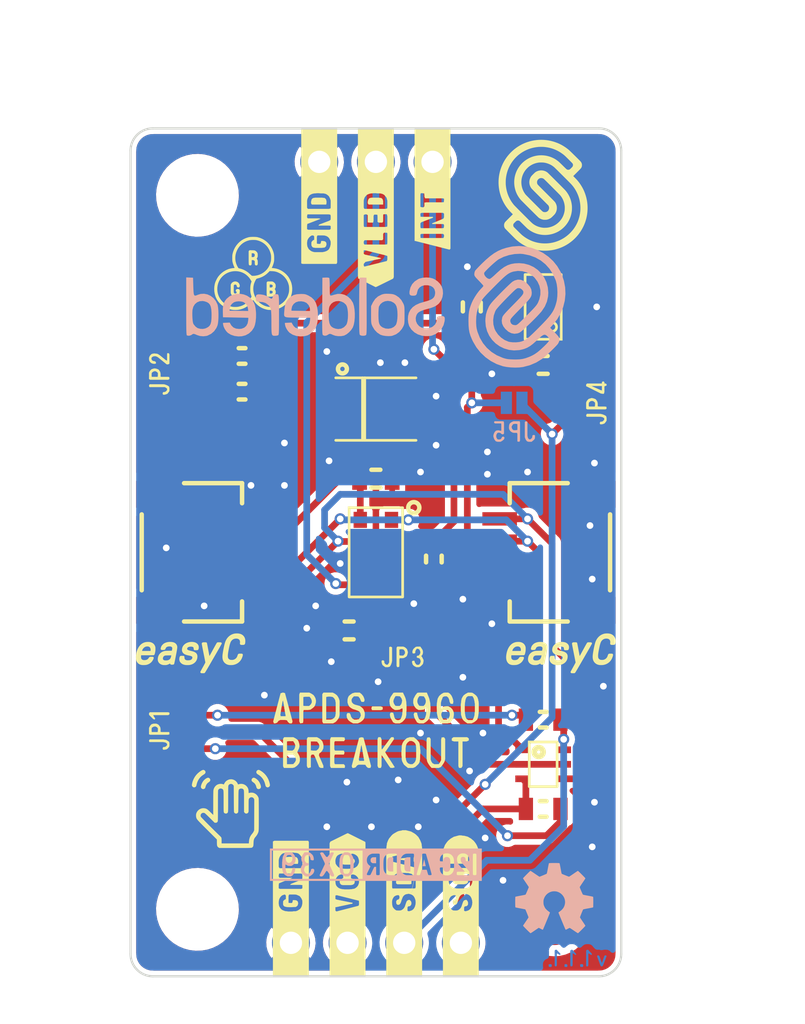
<source format=kicad_pcb>
(kicad_pcb (version 20210623) (generator pcbnew)
  (title_block (title "Color and gesture sensor APDS-9960 breakout") (date "2021-09-28") (rev "V1.1.1.") (company "SOLDERED") (comment 1 "333047"))
  (layers (0 "F.Cu" signal) (31 "B.Cu" signal) (34 "B.Paste" user) (35 "F.Paste" user) (36 "B.SilkS" user "B.Silkscreen") (37 "F.SilkS" user "F.Silkscreen") (38 "B.Mask" user) (39 "F.Mask" user) (44 "Edge.Cuts" user))
  (net 0 "")
  (net 1 "GND")
  (net 2 "3V3")
  (net 3 "V_LED")
  (net 4 "Net-(C4-Pad2)")
  (net 5 "SCL_PULL5")
  (net 6 "5V")
  (net 7 "SDA_PULL5")
  (net 8 "SCL_PULL3,3")
  (net 9 "SDA_PULL3,3")
  (net 10 "SCL3,3")
  (net 11 "SDA3,3")
  (net 12 "SDA5")
  (net 13 "SCL5")
  (net 14 "INT")
  (net 16 "Net-(U1-Pad3)")
  (footprint "buzzardLabel" (layer "F.Cu") (at 113.54 91.6 90)
    (fp_text reference "" (at 0 0 90) (layer "F.SilkS") (effects (font (size 1.27 1.27))))
    (fp_text value "" (at 0 0 90) (layer "F.SilkS") (effects (font (size 1.27 1.27))))
  )
  (footprint "Soldered Graphics:Logo-Front-easyC-5mm" (layer "F.Cu") (at 119.3 115.5)
    (fp_text reference "G***" hide)
    (fp_text value "LOGO" hide)
  )
  (footprint "e-radionica.com footprinti:HOLE_3.2mm" (layer "F.Cu") (at 103 127)
    (fp_text reference "H2" hide)
    (fp_text value "HOLE_3.2mm" hide)
    (pad "" np_thru_hole circle locked (at 0 0) (size 3.2 3.2) (drill 3.2) (layers F&B.Cu *.Mask))
  )
  (footprint "e-radionica.com footprinti:0603C" (layer "F.Cu") (at 109.8 114.5)
    (fp_text reference "C3")
    (fp_text value "1uF")
    (pad "1" smd rect locked (at -0.73 0) (size 0.66 1) (layers "F.Cu" "F.Paste" "F.Mask") (net 1 "GND"))
    (pad "2" smd rect locked (at 0.73 0) (size 0.66 1) (layers "F.Cu" "F.Paste" "F.Mask") (net 3 "V_LED"))
  )
  (footprint "e-radionica.com footprinti:SMD_JUMPER_3_PAD_TRACE" (layer "F.Cu") (at 102.5 103 90)
    (fp_text reference "JP2")
    (fp_text value "SMD_JUMPER_3_PAD_TRACE")
    (fp_poly (pts (xy 0.45 0.05) (xy 0.25 0.05) (xy 0.25 -0.05) (xy 0.45 -0.05)) (layer "F.Cu") (width 0.1) (fill solid))
    (fp_poly (pts (xy -0.25 0.05) (xy -0.45 0.05) (xy -0.45 -0.05) (xy -0.25 -0.05)) (layer "F.Cu") (width 0.1) (fill solid))
    (pad "1" smd rect (at -0.7 0 270) (size 0.5 1) (layers "F.Cu" "F.Mask") (net 8 "SCL_PULL3,3"))
    (pad "2" smd custom (at 0 0 270) (size 0.5 1) (layers "F.Cu" "F.Mask") (net 2 "3V3") (options (clearance outline) (anchor rect)) (primitives))
    (pad "3" smd rect (at 0.7 0 270) (size 0.5 1) (layers "F.Cu" "F.Mask") (net 9 "SDA_PULL3,3"))
  )
  (footprint "buzzardLabel" (layer "F.Cu") (at 112.2 115.7)
    (fp_text reference "" (at 0 0) (layer "F.SilkS") (effects (font (size 1.27 1.27))))
    (fp_text value "" (at 0 0) (layer "F.SilkS") (effects (font (size 1.27 1.27))))
  )
  (footprint "e-radionica.com footprinti:SMD_JUMPER_3_PAD_TRACE" (layer "F.Cu") (at 102.5 119 90)
    (fp_text reference "JP1")
    (fp_text value "SMD_JUMPER_3_PAD_TRACE")
    (fp_poly (pts (xy 0.45 0.05) (xy 0.25 0.05) (xy 0.25 -0.05) (xy 0.45 -0.05)) (layer "F.Cu") (width 0.1) (fill solid))
    (fp_poly (pts (xy -0.25 0.05) (xy -0.45 0.05) (xy -0.45 -0.05) (xy -0.25 -0.05)) (layer "F.Cu") (width 0.1) (fill solid))
    (pad "1" smd rect (at -0.7 0 270) (size 0.5 1) (layers "F.Cu" "F.Mask") (net 5 "SCL_PULL5"))
    (pad "2" smd custom (at 0 0 270) (size 0.5 1) (layers "F.Cu" "F.Mask") (net 6 "5V") (options (clearance outline) (anchor rect)) (primitives))
    (pad "3" smd rect (at 0.7 0 270) (size 0.5 1) (layers "F.Cu" "F.Mask") (net 7 "SDA_PULL5"))
  )
  (footprint "e-radionica.com footprinti:FIDUCIAL_23" (layer "F.Cu") (at 119 127.5)
    (fp_text reference "FD1")
    (fp_text value "FIDUCIAL")
    (fp_circle (center 0 0) (end 1 0) (layer "F.Cu") (width 0.2) (fill none))
    (pad "1" smd circle (at 0 0) (size 1 1) (layers "F.Cu" "F.Paste" "F.Mask") (clearance 1.1))
  )
  (footprint "buzzardLabel" (layer "F.Cu") (at 108.46 91.6 90)
    (fp_text reference "" (at 0 0 90) (layer "F.SilkS") (effects (font (size 1.27 1.27))))
    (fp_text value "" (at 0 0 90) (layer "F.SilkS") (effects (font (size 1.27 1.27))))
  )
  (footprint "e-radionica.com footprinti:0603R" (layer "F.Cu") (at 118.5 118.5 180)
    (fp_text reference "R4")
    (fp_text value "10k")
    (pad "1" smd rect locked (at -0.775 0 270) (size 1 0.64) (layers "F.Cu" "F.Paste" "F.Mask") (net 12 "SDA5"))
    (pad "2" smd rect locked (at 0.775 0 270) (size 1 0.64) (layers "F.Cu" "F.Paste" "F.Mask") (net 7 "SDA_PULL5"))
  )
  (footprint "e-radionica.com footprinti:0603R" (layer "F.Cu") (at 105 102.2)
    (fp_text reference "R2")
    (fp_text value "10k")
    (pad "1" smd rect locked (at -0.775 0 90) (size 1 0.64) (layers "F.Cu" "F.Paste" "F.Mask") (net 9 "SDA_PULL3,3"))
    (pad "2" smd rect locked (at 0.775 0 90) (size 1 0.64) (layers "F.Cu" "F.Paste" "F.Mask") (net 11 "SDA3,3"))
  )
  (footprint "e-radionica.com footprinti:0603R" (layer "F.Cu") (at 118.5 122.5 180)
    (fp_text reference "R3")
    (fp_text value "10k")
    (pad "1" smd rect locked (at -0.775 0 270) (size 1 0.64) (layers "F.Cu" "F.Paste" "F.Mask") (net 5 "SCL_PULL5"))
    (pad "2" smd rect locked (at 0.775 0 270) (size 1 0.64) (layers "F.Cu" "F.Paste" "F.Mask") (net 13 "SCL5"))
  )
  (footprint "e-radionica.com footprinti:0603C" (layer "F.Cu") (at 111 107.7 180)
    (fp_text reference "C1")
    (fp_text value "1uF")
    (pad "1" smd rect locked (at -0.73 0 180) (size 0.66 1) (layers "F.Cu" "F.Paste" "F.Mask") (net 1 "GND"))
    (pad "2" smd rect locked (at 0.73 0 180) (size 0.66 1) (layers "F.Cu" "F.Paste" "F.Mask") (net 2 "3V3"))
  )
  (footprint "buzzardLabel" (layer "F.Cu") (at 109.73 130.4 90)
    (fp_text reference "" (at 0 0 90) (layer "F.SilkS") (effects (font (size 1.27 1.27))))
    (fp_text value "" (at 0 0 90) (layer "F.SilkS") (effects (font (size 1.27 1.27))))
  )
  (footprint "Soldered Graphics:Symbol-Front-RGB-sensor" (layer "F.Cu") (at 105.5 98.5)
    (fp_text reference "G***" hide)
    (fp_text value "LOGO" hide)
  )
  (footprint "e-radionica.com footprinti:easyC-connector" (layer "F.Cu") (at 118.7 111 -90)
    (fp_text reference "K3")
    (fp_text value "easyC-SMD")
    (pad "1" smd rect locked (at -1.5 2.15 270) (size 0.6 1.55) (layers "F.Cu" "F.Paste" "F.Mask") (net 10 "SCL3,3"))
    (pad "2" smd rect locked (at -0.5 2.15 270) (size 0.6 1.55) (layers "F.Cu" "F.Paste" "F.Mask") (net 11 "SDA3,3"))
    (pad "3" smd rect locked (at 0.5 2.15 270) (size 0.6 1.55) (layers "F.Cu" "F.Paste" "F.Mask") (net 2 "3V3"))
    (pad "4" smd rect locked (at 1.5 2.15 270) (size 0.6 1.55) (layers "F.Cu" "F.Paste" "F.Mask") (net 1 "GND"))
    (pad "5" smd rect locked (at -2.6 -2.15 270) (size 1.2 1.8) (layers "F.Cu" "F.Paste" "F.Mask") (net 1 "GND"))
    (pad "5" smd rect locked (at 2.6 -2.15 270) (size 1.2 1.8) (layers "F.Cu" "F.Paste" "F.Mask") (net 1 "GND"))
  )
  (footprint "Soldered Graphics:Logo-Front-easyC-5mm" (layer "F.Cu") (at 102.7 115.5)
    (fp_text reference "G***" hide)
    (fp_text value "LOGO" hide)
  )
  (footprint "e-radionica.com footprinti:SOT-363" (layer "F.Cu") (at 118.5 120.5)
    (fp_text reference "U2")
    (fp_text value "NMOS-DUAL")
    (pad "1" smd rect (at -0.92 -0.65 90) (size 0.3 0.66) (layers "F.Cu" "F.Paste" "F.Mask") (net 11 "SDA3,3"))
    (pad "2" smd rect (at -0.92 0 90) (size 0.3 0.66) (layers "F.Cu" "F.Paste" "F.Mask") (net 2 "3V3"))
    (pad "3" smd rect (at -0.92 0.65 90) (size 0.3 0.66) (layers "F.Cu" "F.Paste" "F.Mask") (net 13 "SCL5"))
    (pad "4" smd rect (at 0.92 0.65 90) (size 0.3 0.66) (layers "F.Cu" "F.Paste" "F.Mask") (net 10 "SCL3,3"))
    (pad "5" smd rect (at 0.92 0 90) (size 0.3 0.66) (layers "F.Cu" "F.Paste" "F.Mask") (net 2 "3V3"))
    (pad "6" smd rect (at 0.92 -0.65 90) (size 0.3 0.66) (layers "F.Cu" "F.Paste" "F.Mask") (net 12 "SDA5"))
  )
  (footprint "buzzardLabel" (layer "F.Cu") (at 111 118)
    (fp_text reference "" (at 0 0) (layer "F.SilkS") (effects (font (size 1.27 1.27))))
    (fp_text value "" (at 0 0) (layer "F.SilkS") (effects (font (size 1.27 1.27))))
  )
  (footprint "e-radionica.com footprinti:HOLE_3.2mm" (layer "F.Cu") (at 103 95)
    (fp_text reference "H1" hide)
    (fp_text value "HOLE_3.2mm" hide)
    (pad "" np_thru_hole circle locked (at 0 0) (size 3.2 3.2) (drill 3.2) (layers F&B.Cu *.Mask))
  )
  (footprint "e-radionica.com footprinti:0603C" (layer "F.Cu") (at 115.3 100 -90)
    (fp_text reference "C5")
    (fp_text value "2.2uF")
    (pad "1" smd rect locked (at -0.73 0 270) (size 0.66 1) (layers "F.Cu" "F.Paste" "F.Mask") (net 1 "GND"))
    (pad "2" smd rect locked (at 0.73 0 270) (size 0.66 1) (layers "F.Cu" "F.Paste" "F.Mask") (net 2 "3V3"))
  )
  (footprint "Soldered Graphics:Logo-Back-SolderedFULL-17mm" (layer "F.Cu") (at 111 100)
    (fp_text reference "REF**" hide)
    (fp_text value "Logo-Front-SolderedFULL-17mm" hide)
  )
  (footprint "Soldered Graphics:Logo-Front-Soldered-5mm" (layer "F.Cu") (at 118.5 95)
    (fp_text reference "G***" hide)
    (fp_text value "LOGO" hide)
  )
  (footprint "buzzardLabel" (layer "F.Cu") (at 107.19 130.4 90)
    (fp_text reference "" (at 0 0 90) (layer "F.SilkS") (effects (font (size 1.27 1.27))))
    (fp_text value "" (at 0 0 90) (layer "F.SilkS") (effects (font (size 1.27 1.27))))
  )
  (footprint "e-radionica.com footprinti:1210C_tantal" (layer "F.Cu") (at 111 104.58)
    (fp_text reference "C2")
    (fp_text value "68uF")
    (pad "1" smd rect (at -1.4 0) (size 1.3 2.5) (layers "F.Cu" "F.Paste" "F.Mask") (net 2 "3V3"))
    (pad "2" smd rect (at 1.4 0) (size 1.3 2.5) (layers "F.Cu" "F.Paste" "F.Mask") (net 1 "GND"))
  )
  (footprint "e-radionica.com footprinti:APDS-9960" (layer "F.Cu") (at 111 111)
    (fp_text reference "U1")
    (fp_text value "APDS-9960")
    (pad "1" smd rect (at 0.7 -1.455) (size 0.6 0.72) (layers "F.Cu" "F.Paste" "F.Mask") (net 11 "SDA3,3"))
    (pad "2" smd rect (at 0.7 -0.485) (size 0.6 0.72) (layers "F.Cu" "F.Paste" "F.Mask") (net 14 "INT"))
    (pad "3" smd rect (at 0.7 0.485) (size 0.6 0.72) (layers "F.Cu" "F.Paste" "F.Mask") (net 16 "Net-(U1-Pad3)"))
    (pad "4" smd rect (at 0.7 1.455) (size 0.6 0.72) (layers "F.Cu" "F.Paste" "F.Mask") (net 16 "Net-(U1-Pad3)"))
    (pad "5" smd rect (at -0.7 1.455) (size 0.6 0.72) (layers "F.Cu" "F.Paste" "F.Mask") (net 3 "V_LED"))
    (pad "6" smd rect (at -0.7 0.485) (size 0.6 0.72) (layers "F.Cu" "F.Paste" "F.Mask") (net 1 "GND"))
    (pad "7" smd rect (at -0.7 -0.485) (size 0.6 0.72) (layers "F.Cu" "F.Paste" "F.Mask") (net 10 "SCL3,3"))
    (pad "8" smd rect (at -0.7 -1.455) (size 0.6 0.72) (layers "F.Cu" "F.Paste" "F.Mask") (net 2 "3V3"))
  )
  (footprint "buzzardLabel" (layer "F.Cu") (at 120.9 104.3 90)
    (fp_text reference "" (at 0 0 90) (layer "F.SilkS") (effects (font (size 1.27 1.27))))
    (fp_text value "" (at 0 0 90) (layer "F.SilkS") (effects (font (size 1.27 1.27))))
  )
  (footprint "e-radionica.com footprinti:SMD-JUMPER-CONNECTED_TRACE_SLODERMASK" (layer "F.Cu") (at 119.7 104.3 -90)
    (fp_text reference "JP4")
    (fp_text value "SMD-JUMPER-CONNECTED_TRACE_SLODERMASK")
    (fp_poly (pts (xy 0.1 0.1) (xy -0.1 0.1) (xy -0.1 -0.1) (xy 0.1 -0.1)) (layer "F.Cu") (width 0.1) (fill solid))
    (pad "1" smd rect (at -0.35 0 270) (size 0.5 1) (layers "F.Cu" "F.Mask") (net 4 "Net-(C4-Pad2)"))
    (pad "2" smd rect (at 0.35 0 270) (size 0.5 1) (layers "F.Cu" "F.Mask") (net 6 "5V"))
  )
  (footprint "buzzardLabel" (layer "F.Cu") (at 111 91.6 90)
    (fp_text reference "" (at 0 0 90) (layer "F.SilkS") (effects (font (size 1.27 1.27))))
    (fp_text value "" (at 0 0 90) (layer "F.SilkS") (effects (font (size 1.27 1.27))))
  )
  (footprint "buzzardLabel" (layer "F.Cu") (at 114.81 130.4 90)
    (fp_text reference "" (at 0 0 90) (layer "F.SilkS") (effects (font (size 1.27 1.27))))
    (fp_text value "" (at 0 0 90) (layer "F.SilkS") (effects (font (size 1.27 1.27))))
  )
  (footprint "buzzardLabel" (layer "F.Cu") (at 101.3 103 90)
    (fp_text reference "" (at 0 0 90) (layer "F.SilkS") (effects (font (size 1.27 1.27))))
    (fp_text value "" (at 0 0 90) (layer "F.SilkS") (effects (font (size 1.27 1.27))))
  )
  (footprint "Soldered Graphics:Logo-Back-OSH-3.5mm" (layer "F.Cu") (at 119 126.5)
    (fp_text reference "G***" hide)
    (fp_text value "LOGO" hide)
  )
  (footprint "e-radionica.com footprinti:SMD-JUMPER-CONNECTED_TRACE_SLODERMASK" (layer "F.Cu") (at 112.2 114.5 180)
    (fp_text reference "JP3")
    (fp_text value "SMD-JUMPER-CONNECTED_TRACE_SLODERMASK")
    (fp_poly (pts (xy 0.1 0.1) (xy -0.1 0.1) (xy -0.1 -0.1) (xy 0.1 -0.1)) (layer "F.Cu") (width 0.1) (fill solid))
    (pad "1" smd rect (at -0.35 0 180) (size 0.5 1) (layers "F.Cu" "F.Mask") (net 2 "3V3"))
    (pad "2" smd rect (at 0.35 0 180) (size 0.5 1) (layers "F.Cu" "F.Mask") (net 3 "V_LED"))
  )
  (footprint "e-radionica.com footprinti:0603R" (layer "F.Cu") (at 105 103.8 180)
    (fp_text reference "R5")
    (fp_text value "10k")
    (pad "1" smd rect locked (at -0.775 0 270) (size 1 0.64) (layers "F.Cu" "F.Paste" "F.Mask") (net 10 "SCL3,3"))
    (pad "2" smd rect locked (at 0.775 0 270) (size 1 0.64) (layers "F.Cu" "F.Paste" "F.Mask") (net 8 "SCL_PULL3,3"))
  )
  (footprint "e-radionica.com footprinti:easyC-connector" (layer "F.Cu") (at 103.3 111 90)
    (fp_text reference "K1")
    (fp_text value "easyC-SMD")
    (pad "1" smd rect locked (at -1.5 2.15 90) (size 0.6 1.55) (layers "F.Cu" "F.Paste" "F.Mask") (net 10 "SCL3,3"))
    (pad "2" smd rect locked (at -0.5 2.15 90) (size 0.6 1.55) (layers "F.Cu" "F.Paste" "F.Mask") (net 11 "SDA3,3"))
    (pad "3" smd rect locked (at 0.5 2.15 90) (size 0.6 1.55) (layers "F.Cu" "F.Paste" "F.Mask") (net 2 "3V3"))
    (pad "4" smd rect locked (at 1.5 2.15 90) (size 0.6 1.55) (layers "F.Cu" "F.Paste" "F.Mask") (net 1 "GND"))
    (pad "5" smd rect locked (at -2.6 -2.15 90) (size 1.2 1.8) (layers "F.Cu" "F.Paste" "F.Mask") (net 1 "GND"))
    (pad "5" smd rect locked (at 2.6 -2.15 90) (size 1.2 1.8) (layers "F.Cu" "F.Paste" "F.Mask") (net 1 "GND"))
  )
  (footprint "buzzardLabel" (layer "F.Cu") (at 111 120)
    (fp_text reference "" (at 0 0) (layer "F.SilkS") (effects (font (size 1.27 1.27))))
    (fp_text value "" (at 0 0) (layer "F.SilkS") (effects (font (size 1.27 1.27))))
  )
  (footprint "buzzardLabel" (layer "F.Cu") (at 112.27 130.4 90)
    (fp_text reference "" (at 0 0 90) (layer "F.SilkS") (effects (font (size 1.27 1.27))))
    (fp_text value "" (at 0 0 90) (layer "F.SilkS") (effects (font (size 1.27 1.27))))
  )
  (footprint "e-radionica.com footprinti:0603R" (layer "F.Cu") (at 113.6 111.3 -90)
    (fp_text reference "R1")
    (fp_text value "10k")
    (pad "1" smd rect locked (at -0.775 0) (size 1 0.64) (layers "F.Cu" "F.Paste" "F.Mask") (net 14 "INT"))
    (pad "2" smd rect locked (at 0.775 0) (size 1 0.64) (layers "F.Cu" "F.Paste" "F.Mask") (net 2 "3V3"))
  )
  (footprint "Soldered Graphics:Symbol-Front-Gesture" (layer "F.Cu") (at 104.5 122.5)
    (fp_text reference "G***" hide)
    (fp_text value "LOGO" hide)
  )
  (footprint "e-radionica.com footprinti:SOT-23-5" (layer "F.Cu") (at 118.5 100 180)
    (fp_text reference "U3")
    (fp_text value "SE5218")
    (pad "1" smd rect (at -1.3 -0.95 180) (size 1.1 0.6) (layers "F.Cu" "F.Paste" "F.Mask") (net 4 "Net-(C4-Pad2)"))
    (pad "2" smd rect (at -1.3 0 180) (size 1.1 0.6) (layers "F.Cu" "F.Paste" "F.Mask") (net 1 "GND"))
    (pad "3" smd rect (at -1.3 0.95 180) (size 1.1 0.6) (layers "F.Cu" "F.Paste" "F.Mask") (net 4 "Net-(C4-Pad2)"))
    (pad "4" smd rect (at 1.3 0.95 180) (size 1.1 0.6) (layers "F.Cu" "F.Paste" "F.Mask"))
    (pad "5" smd rect (at 1.3 -0.95 180) (size 1.1 0.6) (layers "F.Cu" "F.Paste" "F.Mask") (net 2 "3V3"))
  )
  (footprint "buzzardLabel" (layer "F.Cu") (at 101.3 119 90)
    (fp_text reference "" (at 0 0 90) (layer "F.SilkS") (effects (font (size 1.27 1.27))))
    (fp_text value "" (at 0 0 90) (layer "F.SilkS") (effects (font (size 1.27 1.27))))
  )
  (footprint "e-radionica.com footprinti:0603C" (layer "F.Cu") (at 118.5 102.6)
    (fp_text reference "C4")
    (fp_text value "2.2uF")
    (pad "1" smd rect locked (at -0.73 0) (size 0.66 1) (layers "F.Cu" "F.Paste" "F.Mask") (net 1 "GND"))
    (pad "2" smd rect locked (at 0.73 0) (size 0.66 1) (layers "F.Cu" "F.Paste" "F.Mask") (net 4 "Net-(C4-Pad2)"))
  )
  (footprint "buzzardLabel" (layer "B.Cu") (at 108.4 125 180)
    (fp_text reference "" (at 0 0) (layer "B.SilkS") (effects (font (size 1.27 1.27)) (justify mirror)))
    (fp_text value "" (at 0 0) (layer "B.SilkS") (effects (font (size 1.27 1.27)) (justify mirror)))
  )
  (footprint "e-radionica.com footprinti:HEADER_MALE_4X1" (layer "B.Cu") (at 111 128.5)
    (fp_text reference "K2")
    (fp_text value "HEADER_MALE_4X1")
    (pad "1" thru_hole circle locked (at -3.81 0) (size 1.7 1.7) (drill 1) (layers *.Cu *.Mask) (net 1 "GND"))
    (pad "2" thru_hole circle locked (at -1.27 0) (size 1.7 1.7) (drill 1) (layers *.Cu *.Mask) (net 6 "5V"))
    (pad "3" thru_hole circle locked (at 1.27 0) (size 1.7 1.7) (drill 1) (layers *.Cu *.Mask) (net 12 "SDA5"))
    (pad "4" thru_hole circle locked (at 3.81 0) (size 1.7 1.7) (drill 1) (layers *.Cu *.Mask) (net 13 "SCL5"))
  )
  (footprint "e-radionica.com footprinti:SMD_JUMPER" (layer "B.Cu") (at 117.2 104.3 180)
    (fp_text reference "JP5")
    (fp_text value "SMD_JUMPER")
    (pad "1" smd rect (at -0.35 0 180) (size 0.5 1) (layers "B.Cu" "B.Mask") (net 6 "5V"))
    (pad "2" smd rect (at 0.35 0 180) (size 0.5 1) (layers "B.Cu" "B.Mask") (net 2 "3V3"))
  )
  (footprint "e-radionica.com footprinti:HEADER_MALE_3X1" (layer "B.Cu") (at 111 93.5)
    (fp_text reference "K4")
    (fp_text value "HEADER_MALE_3X1")
    (pad "1" thru_hole circle locked (at -2.54 0) (size 1.7 1.7) (drill 1) (layers *.Cu *.Mask) (net 1 "GND"))
    (pad "2" thru_hole circle locked (at 0 0) (size 1.7 1.7) (drill 1) (layers *.Cu *.Mask) (net 3 "V_LED"))
    (pad "3" thru_hole circle locked (at 2.54 0) (size 1.7 1.7) (drill 1) (layers *.Cu *.Mask) (net 14 "INT"))
  )
  (footprint "Soldered Graphics:Symbol-Front-I2C-ADDR-Field" (layer "B.Cu") (at 111 125 180)
    (fp_text reference "REF**" hide)
    (fp_text value "Symbol-Front-I2C-ADDR-Field" hide)
  )
  (footprint "buzzardLabel" (layer "B.Cu") (at 117.2 105.6 180)
    (fp_text reference "" (at 0 0) (layer "B.SilkS") (effects (font (size 1.27 1.27)) (justify mirror)))
    (fp_text value "" (at 0 0) (layer "B.SilkS") (effects (font (size 1.27 1.27)) (justify mirror)))
  )
  (footprint "Soldered Graphics:Version1.1.1." (layer "B.Cu") (at 120 129.2 180)
    (fp_text reference "REF**" hide)
    (fp_text value "Version1.1.1." hide)
    (fp_poly (pts (xy 0.91 -0.35) (xy 0.96 -0.35) (xy 0.98 -0.31) (xy 0.98 0.35) (xy 0.95 0.38) (xy 0.89 0.38) (xy 0.86 0.34) (xy 0.74 0.22) (xy 0.73 0.17) (xy 0.76 0.16) (xy 0.85 0.22) (xy 0.89 0.23) (xy 0.89 -0.31) (xy 0.91 -0.35)) (layer "B.Cu") (width 0.01) (fill solid))
    (fp_poly (pts (xy 0.43 -0.38) (xy 0.48 -0.38) (xy 0.54 -0.37) (xy 0.54 -0.33) (xy 0.54 -0.27) (xy 0.5 -0.26) (xy 0.45 -0.26) (xy 0.42 -0.29) (xy 0.42 -0.34) (xy 0.43 -0.38)) (layer "B.Cu") (width 0.01) (fill solid))
    (fp_poly (pts (xy -0.27 -0.38) (xy -0.22 -0.38) (xy -0.17 -0.37) (xy -0.16 -0.33) (xy -0.16 -0.27) (xy -0.21 -0.26) (xy -0.26 -0.26) (xy -0.29 -0.29) (xy -0.29 -0.34) (xy -0.27 -0.38)) (layer "B.Cu") (width 0.01) (fill solid))
    (fp_poly (pts (xy -0.5 -0.35) (xy -0.44 -0.35) (xy -0.43 -0.31) (xy -0.43 0.35) (xy -0.46 0.38) (xy -0.52 0.38) (xy -0.55 0.34) (xy -0.67 0.22) (xy -0.68 0.17) (xy -0.65 0.16) (xy -0.56 0.22) (xy -0.52 0.23) (xy -0.52 -0.31) (xy -0.5 -0.35)) (layer "B.Cu") (width 0.01) (fill solid))
    (fp_poly (pts (xy 1.14 -0.38) (xy 1.19 -0.38) (xy 1.24 -0.37) (xy 1.25 -0.33) (xy 1.25 -0.27) (xy 1.2 -0.26) (xy 1.15 -0.26) (xy 1.12 -0.29) (xy 1.12 -0.34) (xy 1.14 -0.38)) (layer "B.Cu") (width 0.01) (fill solid))
    (fp_poly (pts (xy -1.15 -0.35) (xy -1.1 -0.35) (xy -1.07 -0.31) (xy -0.92 0.1) (xy -0.94 0.13) (xy -0.99 0.13) (xy -1.02 0.1) (xy -1.11 -0.16) (xy -1.13 -0.21) (xy -1.15 -0.17) (xy -1.24 0.09) (xy -1.26 0.13) (xy -1.32 0.13) (xy -1.34 0.1) (xy -1.18 -0.31) (xy -1.15 -0.35)) (layer "B.Cu") (width 0.01) (fill solid))
    (fp_poly (pts (xy 0.21 -0.35) (xy 0.26 -0.35) (xy 0.28 -0.31) (xy 0.28 0.35) (xy 0.24 0.38) (xy 0.19 0.38) (xy 0.15 0.34) (xy 0.04 0.22) (xy 0.02 0.17) (xy 0.05 0.16) (xy 0.14 0.22) (xy 0.18 0.23) (xy 0.18 -0.31) (xy 0.21 -0.35)) (layer "B.Cu") (width 0.01) (fill solid))
  )
  (gr_line (start 122 93) (end 122 129) (layer "Edge.Cuts") (width 0.1))
  (gr_line (start 101 92) (end 121 92) (layer "Edge.Cuts") (width 0.1))
  (gr_arc (start 100.999997 93) (end 101 92) (angle -90) (layer "Edge.Cuts") (width 0.1))
  (gr_arc (start 121 92.999997) (end 121 92) (angle 90) (layer "Edge.Cuts") (width 0.1))
  (gr_line (start 121 130) (end 101 130) (layer "Edge.Cuts") (width 0.1))
  (gr_arc (start 121 129) (end 121 130) (angle -90) (layer "Edge.Cuts") (width 0.1))
  (gr_arc (start 101 129) (end 101 130) (angle 90) (layer "Edge.Cuts") (width 0.1))
  (gr_line (start 100 129) (end 100 93) (layer "Edge.Cuts") (width 0.1))
  (via (at 107.9 114.4) (size 0.5) (drill 0.3) (layers "F.Cu" "B.Cu") (net 1))
  (via (at 109.4 111.5) (size 0.5) (drill 0.3) (layers "F.Cu" "B.Cu") (net 1))
  (via (at 114.9 116.6) (size 0.5) (drill 0.3) (layers "F.Cu" "B.Cu") (net 1))
  (via (at 116.7 125.7) (size 0.5) (drill 0.3) (layers "F.Cu" "B.Cu") (net 1))
  (via (at 103.3 113.4) (size 0.5) (drill 0.3) (layers "F.Cu" "B.Cu") (net 1))
  (via (at 108.9 106.9) (size 0.5) (drill 0.3) (layers "F.Cu" "B.Cu") (net 1))
  (via (at 120.8 107) (size 0.5) (drill 0.3) (layers "F.Cu" "B.Cu") (net 1))
  (via (at 108.8 123.3) (size 0.5) (drill 0.3) (layers "F.Cu" "B.Cu") (net 1))
  (via (at 113 107.4) (size 0.5) (drill 0.3) (layers "F.Cu" "B.Cu") (net 1))
  (via (at 115.8 119.1) (size 0.5) (drill 0.3) (layers "F.Cu" "B.Cu") (net 1))
  (via (at 112.3 102.5) (size 0.5) (drill 0.3) (layers "F.Cu" "B.Cu") (net 1))
  (via (at 109.7 121.3) (size 0.5) (drill 0.3) (layers "F.Cu" "B.Cu") (net 1))
  (via (at 110.8 123.3) (size 0.5) (drill 0.3) (layers "F.Cu" "B.Cu") (net 1))
  (via (at 106.9 108) (size 0.5) (drill 0.3) (layers "F.Cu" "B.Cu") (net 1))
  (via (at 120.9 100) (size 0.5) (drill 0.3) (layers "F.Cu" "B.Cu") (net 1))
  (via (at 113.7 106.2) (size 0.5) (drill 0.3) (layers "F.Cu" "B.Cu") (net 1))
  (via (at 116 106.5) (size 0.5) (drill 0.3) (layers "F.Cu" "B.Cu") (net 1))
  (via (at 108.8 102) (size 0.5) (drill 0.3) (layers "F.Cu" "B.Cu") (net 1))
  (via (at 112.7 113.3) (size 0.5) (drill 0.3) (layers "F.Cu" "B.Cu") (net 1))
  (via (at 121.2 117) (size 0.5) (drill 0.3) (layers "F.Cu" "B.Cu") (net 1))
  (via (at 112.9 123.3) (size 0.5) (drill 0.3) (layers "F.Cu" "B.Cu") (net 1))
  (via (at 112 121.2) (size 0.5) (drill 0.3) (layers "F.Cu" "B.Cu") (net 1))
  (via (at 113.7 122.1) (size 0.5) (drill 0.3) (layers "F.Cu" "B.Cu") (net 1))
  (via (at 114.9 113.1) (size 0.5) (drill 0.3) (layers "F.Cu" "B.Cu") (net 1))
  (via (at 109 115.9) (size 0.5) (drill 0.3) (layers "F.Cu" "B.Cu") (net 1))
  (via (at 116.2 103) (size 0.5) (drill 0.3) (layers "F.Cu" "B.Cu") (net 1))
  (via (at 115.2 120.8) (size 0.5) (drill 0.3) (layers "F.Cu" "B.Cu") (net 1))
  (via (at 111.2 102.5) (size 0.5) (drill 0.3) (layers "F.Cu" "B.Cu") (net 1))
  (via (at 117.8 107.4) (size 0.5) (drill 0.3) (layers "F.Cu" "B.Cu") (net 1))
  (via (at 113 119.1) (size 0.5) (drill 0.3) (layers "F.Cu" "B.Cu") (net 1))
  (via (at 111.1 116.8) (size 0.5) (drill 0.3) (layers "F.Cu" "B.Cu") (net 1))
  (via (at 106 117.4) (size 0.5) (drill 0.3) (layers "F.Cu" "B.Cu") (net 1))
  (via (at 115.9 123.8) (size 0.5) (drill 0.3) (layers "F.Cu" "B.Cu") (net 1))
  (via (at 120.7 112.2) (size 0.5) (drill 0.3) (layers "F.Cu" "B.Cu") (net 1))
  (via (at 101.6 110.8) (size 0.5) (drill 0.3) (layers "F.Cu" "B.Cu") (net 1))
  (via (at 108.3 113.4) (size 0.5) (drill 0.3) (layers "F.Cu" "B.Cu") (net 1))
  (via (at 116.2 114.2) (size 0.5) (drill 0.3) (layers "F.Cu" "B.Cu") (net 1))
  (via (at 106.9 106.1) (size 0.5) (drill 0.3) (layers "F.Cu" "B.Cu") (net 1))
  (via (at 105.4 108) (size 0.5) (drill 0.3) (layers "F.Cu" "B.Cu") (net 1))
  (via (at 113.7 104) (size 0.5) (drill 0.3) (layers "F.Cu" "B.Cu") (net 1))
  (via (at 120.8 122.2) (size 0.5) (drill 0.3) (layers "F.Cu" "B.Cu") (net 1))
  (via (at 120.6 109.8) (size 0.5) (drill 0.3) (layers "F.Cu" "B.Cu") (net 1))
  (via (at 120.7 124.2) (size 0.5) (drill 0.3) (layers "F.Cu" "B.Cu") (net 1))
  (via (at 116 107.5) (size 0.5) (drill 0.3) (layers "F.Cu" "B.Cu") (net 1))
  (via (at 115.1 98.2) (size 0.5) (drill 0.3) (layers "F.Cu" "B.Cu") (net 1))
  (segment (start 116 120.5) (end 113.6 118.1) (width 0.3) (layer "F.Cu") (net 2))
  (segment (start 115.3 100.73) (end 111.07 100.73) (width 0.3) (layer "F.Cu") (net 2))
  (segment (start 109.4 107.7) (end 110.27 107.7) (width 0.3) (layer "F.Cu") (net 2))
  (segment (start 115.3 104.3) (end 115.3 100.73) (width 0.3) (layer "F.Cu") (net 2))
  (segment (start 110.3 107.73) (end 110.27 107.7) (width 0.3) (layer "F.Cu") (net 2))
  (segment (start 101.6 103) (end 101.3 102.7) (width 0.3) (layer "F.Cu") (net 2))
  (segment (start 113 114.5) (end 112.55 114.5) (width 0.3) (layer "F.Cu") (net 2))
  (segment (start 110.27 109.515) (end 110.3 109.545) (width 0.3) (layer "F.Cu") (net 2))
  (segment (start 109.6 106) (end 110.27 106.67) (width 0.3) (layer "F.Cu") (net 2))
  (segment (start 116.55 111.5) (end 114.8 111.5) (width 0.3) (layer "F.Cu") (net 2))
  (segment (start 105.45 110.5) (end 106.6 110.5) (width 0.3) (layer "F.Cu") (net 2))
  (segment (start 117.58 120.5) (end 116 120.5) (width 0.3) (layer "F.Cu") (net 2))
  (segment (start 116.98 100.73) (end 117.2 100.95) (width 0.3) (layer "F.Cu") (net 2))
  (segment (start 109.6 102.2) (end 109.6 104.58) (width 0.3) (layer "F.Cu") (net 2))
  (segment (start 113.6 113.9) (end 113 114.5) (width 0.3) (layer "F.Cu") (net 2))
  (segment (start 101.3 102.7) (end 101.3 101.3) (width 0.3) (layer "F.Cu") (net 2))
  (segment (start 101.3 101.3) (end 101.87 100.73) (width 0.3) (layer "F.Cu") (net 2))
  (segment (start 114.225 112.075) (end 113.6 112.075) (width 0.3) (layer "F.Cu") (net 2))
  (segment (start 113.6 118.1) (end 113.6 114.2) (width 0.3) (layer "F.Cu") (net 2))
  (segment (start 115.3 104.3) (end 115.1 104.5) (width 0.3) (layer "F.Cu") (net 2))
  (segment (start 109.6 104.58) (end 109.6 106) (width 0.3) (layer "F.Cu") (net 2))
  (segment (start 113.6 112.075) (end 113.6 114.2) (width 0.3) (layer "F.Cu") (net 2))
  (segment (start 114.8 111.5) (end 114.225 112.075) (width 0.3) (layer "F.Cu") (net 2))
  (segment (start 106.6 110.5) (end 109.4 107.7) (width 0.3) (layer "F.Cu") (net 2))
  (segment (start 110.3 109.545) (end 110.3 107.73) (width 0.3) (layer "F.Cu") (net 2))
  (segment (start 115.1 104.5) (end 115.1 111.2) (width 0.3) (layer "F.Cu") (net 2))
  (segment (start 117.58 120.5) (end 119.42 120.5) (width 0.3) (layer "F.Cu") (net 2))
  (segment (start 115.1 111.2) (end 114.8 111.5) (width 0.3) (layer "F.Cu") (net 2))
  (segment (start 115.3 100.73) (end 116.98 100.73) (width 0.3) (layer "F.Cu") (net 2))
  (segment (start 102.5 103) (end 101.6 103) (width 0.3) (layer "F.Cu") (net 2))
  (segment (start 101.87 100.73) (end 111.07 100.73) (width 0.3) (layer "F.Cu") (net 2))
  (segment (start 111.07 100.73) (end 109.6 102.2) (width 0.3) (layer "F.Cu") (net 2))
  (segment (start 110.27 106.67) (end 110.27 107.7) (width 0.3) (layer "F.Cu") (net 2))
  (via (at 115.3 104.3) (size 0.5) (drill 0.3) (layers "F.Cu" "B.Cu") (net 2))
  (segment (start 115.3 104.3) (end 116.85 104.3) (width 0.3) (layer "B.Cu") (net 2))
  (segment (start 110.53 114.5) (end 110.53 113.53) (width 0.3) (layer "F.Cu") (net 3))
  (segment (start 110.53 113.53) (end 110.3 113.3) (width 0.3) (layer "F.Cu") (net 3))
  (segment (start 109.255 112.455) (end 109.2 112.4) (width 0.3) (layer "F.Cu") (net 3))
  (segment (start 111.85 114.5) (end 110.53 114.5) (width 0.3) (layer "F.Cu") (net 3))
  (segment (start 110.3 113.3) (end 110.3 112.455) (width 0.3) (layer "F.Cu") (net 3))
  (segment (start 110.3 112.455) (end 109.255 112.455) (width 0.3) (layer "F.Cu") (net 3))
  (via (at 109.2 112.4) (size 0.5) (drill 0.3) (layers "F.Cu" "B.Cu") (net 3))
  (segment (start 111 97.6) (end 111 93.5) (width 0.3) (layer "B.Cu") (net 3))
  (segment (start 107.9 100.7) (end 111 97.6) (width 0.3) (layer "B.Cu") (net 3))
  (segment (start 109.2 112.4) (end 107.9 111.1) (width 0.3) (layer "B.Cu") (net 3))
  (segment (start 107.9 111.1) (end 107.9 100.7) (width 0.3) (layer "B.Cu") (net 3))
  (segment (start 121.15 99.05) (end 121.6 99.5) (width 0.254) (layer "F.Cu") (net 4))
  (segment (start 119.8 99.05) (end 121.15 99.05) (width 0.254) (layer "F.Cu") (net 4))
  (segment (start 121.15 100.95) (end 119.8 100.95) (width 0.254) (layer "F.Cu") (net 4))
  (segment (start 121.6 100.5) (end 121.15 100.95) (width 0.254) (layer "F.Cu") (net 4))
  (segment (start 119.23 102.17) (end 119.8 101.6) (width 0.3) (layer "F.Cu") (net 4))
  (segment (start 121.6 99.5) (end 121.6 100.5) (width 0.254) (layer "F.Cu") (net 4))
  (segment (start 119.7 103.95) (end 119.7 103.07) (width 0.3) (layer "F.Cu") (net 4))
  (segment (start 119.8 101.6) (end 119.8 100.95) (width 0.3) (layer "F.Cu") (net 4))
  (segment (start 119.7 103.07) (end 119.23 102.6) (width 0.3) (layer "F.Cu") (net 4))
  (segment (start 119.23 102.6) (end 119.23 102.17) (width 0.3) (layer "F.Cu") (net 4))
  (segment (start 119.275 123.075) (end 119.275 122.5) (width 0.3) (layer "F.Cu") (net 5))
  (segment (start 118.65 123.7) (end 119.275 123.075) (width 0.3) (layer "F.Cu") (net 5))
  (segment (start 103.8 119.8) (end 102.6 119.8) (width 0.3) (layer "F.Cu") (net 5))
  (segment (start 102.6 119.8) (end 102.5 119.7) (width 0.3) (layer "F.Cu") (net 5))
  (segment (start 116.9 123.7) (end 118.65 123.7) (width 0.3) (layer "F.Cu") (net 5))
  (via (at 116.9 123.7) (size 0.5) (drill 0.3) (layers "F.Cu" "B.Cu") (net 5))
  (via (at 103.8 119.8) (size 0.5) (drill 0.3) (layers "F.Cu" "B.Cu") (net 5))
  (segment (start 116.9 123.7) (end 113 119.8) (width 0.3) (layer "B.Cu") (net 5))
  (segment (start 113 119.8) (end 103.8 119.8) (width 0.3) (layer "B.Cu") (net 5))
  (segment (start 115.9 121.4) (end 109.77 127.53) (width 0.3) (layer "F.Cu") (net 6))
  (segment (start 102.5 119) (end 105.7 119) (width 0.3) (layer "F.Cu") (net 6))
  (segment (start 109.73 123.03) (end 109.73 126.07) (width 0.3) (layer "F.Cu") (net 6))
  (segment (start 105.7 119) (end 109.73 123.03) (width 0.3) (layer "F.Cu") (net 6))
  (segment (start 119.7 104.9) (end 119.7 104.65) (width 0.3) (layer "F.Cu") (net 6))
  (segment (start 109.77 127.53) (end 109.73 127.53) (width 0.3) (layer "F.Cu") (net 6))
  (segment (start 118.9 105.7) (end 119.7 104.9) (width 0.3) (layer "F.Cu") (net 6))
  (segment (start 109.73 126.07) (end 109.73 127.53) (width 0.3) (layer "F.Cu") (net 6))
  (segment (start 109.73 127.53) (end 109.73 128.5) (width 0.3) (layer "F.Cu") (net 6))
  (via (at 118.9 105.7) (size 0.5) (drill 0.3) (layers "F.Cu" "B.Cu") (net 6))
  (via (at 115.9 121.4) (size 0.5) (drill 0.3) (layers "F.Cu" "B.Cu") (net 6))
  (segment (start 118.9 105.7) (end 117.55 104.35) (width 0.3) (layer "B.Cu") (net 6))
  (segment (start 118.9 105.7) (end 118.9 118.4) (width 0.3) (layer "B.Cu") (net 6))
  (segment (start 117.55 104.35) (end 117.55 104.3) (width 0.3) (layer "B.Cu") (net 6))
  (segment (start 118.9 118.4) (end 115.9 121.4) (width 0.3) (layer "B.Cu") (net 6))
  (segment (start 117.525 118.3) (end 117.725 118.5) (width 0.3) (layer "F.Cu") (net 7))
  (segment (start 117.1 118.3) (end 117.525 118.3) (width 0.3) (layer "F.Cu") (net 7))
  (segment (start 102.5 118.3) (end 103.9 118.3) (width 0.3) (layer "F.Cu") (net 7))
  (via (at 103.9 118.3) (size 0.5) (drill 0.3) (layers "F.Cu" "B.Cu") (net 7))
  (via (at 117.1 118.3) (size 0.5) (drill 0.3) (layers "F.Cu" "B.Cu") (net 7))
  (segment (start 103.9 118.3) (end 117.1 118.3) (width 0.3) (layer "B.Cu") (net 7))
  (segment (start 104.125 103.7) (end 104.225 103.8) (width 0.3) (layer "F.Cu") (net 8))
  (segment (start 102.5 103.7) (end 104.125 103.7) (width 0.3) (layer "F.Cu") (net 8))
  (segment (start 102.5 102.3) (end 104.125 102.3) (width 0.3) (layer "F.Cu") (net 9))
  (segment (start 104.125 102.3) (end 104.225 102.2) (width 0.3) (layer "F.Cu") (net 9))
  (segment (start 103.1 107.8) (end 103.1 111.5) (width 0.3) (layer "F.Cu") (net 10))
  (segment (start 117.8 109.5) (end 116.55 109.5) (width 0.3) (layer "F.Cu") (net 10))
  (segment (start 105.775 103.8) (end 105.775 105.125) (width 0.3) (layer "F.Cu") (net 10))
  (segment (start 109.3 110.5) (end 109.315 110.515) (width 0.3) (layer "F.Cu") (net 10))
  (segment (start 118.9 110.6) (end 117.8 109.5) (width 0.3) (layer "F.Cu") (net 10))
  (segment (start 120.4 116.7) (end 118.9 115.2) (width 0.3) (layer "F.Cu") (net 10))
  (segment (start 109.3 110.5) (end 107.3 112.5) (width 0.3) (layer "F.Cu") (net 10))
  (segment (start 109.315 110.515) (end 110.3 110.515) (width 0.3) (layer "F.Cu") (net 10))
  (segment (start 120.4 120.7) (end 120.4 116.7) (width 0.3) (layer "F.Cu") (net 10))
  (segment (start 107.3 112.5) (end 105.45 112.5) (width 0.3) (layer "F.Cu") (net 10))
  (segment (start 118.9 115.2) (end 118.9 110.6) (width 0.3) (layer "F.Cu") (net 10))
  (segment (start 103.1 111.5) (end 104.1 112.5) (width 0.3) (layer "F.Cu") (net 10))
  (segment (start 119.95 121.15) (end 120.4 120.7) (width 0.3) (layer "F.Cu") (net 10))
  (segment (start 119.42 121.15) (end 119.95 121.15) (width 0.3) (layer "F.Cu") (net 10))
  (segment (start 105.775 105.125) (end 103.1 107.8) (width 0.3) (layer "F.Cu") (net 10))
  (segment (start 104.1 112.5) (end 105.45 112.5) (width 0.3) (layer "F.Cu") (net 10))
  (via (at 117.8 109.5) (size 0.5) (drill 0.3) (layers "F.Cu" "B.Cu") (net 10))
  (via (at 109.3 110.5) (size 0.5) (drill 0.3) (layers "F.Cu" "B.Cu") (net 10))
  (segment (start 109.3 110.5) (end 108.7 109.9) (width 0.3) (layer "B.Cu") (net 10))
  (segment (start 108.7 109.9) (end 108.7 109.1) (width 0.3) (layer "B.Cu") (net 10))
  (segment (start 109.4 108.4) (end 116.7 108.4) (width 0.3) (layer "B.Cu") (net 10))
  (segment (start 108.7 109.1) (end 109.4 108.4) (width 0.3) (layer "B.Cu") (net 10))
  (segment (start 116.7 108.4) (end 117.8 109.5) (width 0.3) (layer "B.Cu") (net 10))
  (segment (start 117.58 119.85) (end 116.5 118.77) (width 0.3) (layer "F.Cu") (net 11))
  (segment (start 111.7 109.545) (end 112.455 109.545) (width 0.3) (layer "F.Cu") (net 11))
  (segment (start 109.4 109.5) (end 107.4 111.5) (width 0.3) (layer "F.Cu") (net 11))
  (segment (start 106.5 102.2) (end 105.775 102.2) (width 0.3) (layer "F.Cu") (net 11))
  (segment (start 104.3 111.5) (end 103.7 110.9) (width 0.3) (layer "F.Cu") (net 11))
  (segment (start 118.2 114.8) (end 118.2 110.9) (width 0.3) (layer "F.Cu") (net 11))
  (segment (start 116.5 116.5) (end 118.2 114.8) (width 0.3) (layer "F.Cu") (net 11))
  (segment (start 107.4 111.5) (end 105.45 111.5) (width 0.3) (layer "F.Cu") (net 11))
  (segment (start 107 104.606428) (end 107 102.7) (width 0.3) (layer "F.Cu") (net 11))
  (segment (start 118.2 110.9) (end 117.8 110.5) (width 0.3) (layer "F.Cu") (net 11))
  (segment (start 117.8 110.5) (end 116.55 110.5) (width 0.3) (layer "F.Cu") (net 11))
  (segment (start 116.5 118.77) (end 116.5 116.5) (width 0.3) (layer "F.Cu") (net 11))
  (segment (start 103.7 110.9) (end 103.7 107.906428) (width 0.3) (layer "F.Cu") (net 11))
  (segment (start 103.7 107.906428) (end 107 104.606428) (width 0.3) (layer "F.Cu") (net 11))
  (segment (start 107 102.7) (end 106.5 102.2) (width 0.3) (layer "F.Cu") (net 11))
  (segment (start 105.45 111.5) (end 104.3 111.5) (width 0.3) (layer "F.Cu") (net 11))
  (via (at 112.455 109.545) (size 0.5) (drill 0.3) (layers "F.Cu" "B.Cu") (net 11))
  (via (at 117.8 110.5) (size 0.5) (drill 0.3) (layers "F.Cu" "B.Cu") (net 11))
  (via (at 109.4 109.5) (size 0.5) (drill 0.3) (layers "F.Cu" "B.Cu") (net 11))
  (segment (start 116.845 109.545) (end 112.455 109.545) (width 0.3) (layer "B.Cu") (net 11))
  (segment (start 112.455 109.545) (end 109.445 109.545) (width 0.3) (layer "B.Cu") (net 11))
  (segment (start 109.445 109.545) (end 109.4 109.5) (width 0.3) (layer "B.Cu") (net 11))
  (segment (start 117.8 110.5) (end 116.845 109.545) (width 0.3) (layer "B.Cu") (net 11))
  (segment (start 119.42 118.645) (end 119.275 118.5) (width 0.3) (layer "F.Cu") (net 12))
  (segment (start 119.42 119.38) (end 119.42 118.645) (width 0.3) (layer "F.Cu") (net 12))
  (segment (start 119.42 119.85) (end 119.42 119.38) (width 0.3) (layer "F.Cu") (net 12))
  (via (at 119.42 119.38) (size 0.5) (drill 0.3) (layers "F.Cu" "B.Cu") (net 12))
  (segment (start 117.9 124.8) (end 119.42 123.28) (width 0.3) (layer "B.Cu") (net 12))
  (segment (start 119.42 123.28) (end 119.42 119.38) (width 0.3) (layer "B.Cu") (net 12))
  (segment (start 112.27 128.5) (end 115.97 124.8) (width 0.3) (layer "B.Cu") (net 12))
  (segment (start 115.97 124.8) (end 117.9 124.8) (width 0.3) (layer "B.Cu") (net 12))
  (segment (start 114.81 123.49) (end 115.8 122.5) (width 0.3) (layer "F.Cu") (net 13))
  (segment (start 117.58 121.15) (end 117.725 121.295) (width 0.3) (layer "F.Cu") (net 13))
  (segment (start 114.81 128.5) (end 114.81 123.49) (width 0.3) (layer "F.Cu") (net 13))
  (segment (start 115.8 122.5) (end 117.725 122.5) (width 0.3) (layer "F.Cu") (net 13))
  (segment (start 117.725 121.295) (end 117.725 122.5) (width 0.3) (layer "F.Cu") (net 13))
  (segment (start 114.5 102.8) (end 113.6 101.9) (width 0.3) (layer "F.Cu") (net 14))
  (segment (start 111.7 110.515) (end 113.79 110.515) (width 0.3) (layer "F.Cu") (net 14))
  (segment (start 113.6 110.525) (end 114.5 109.625) (width 0.3) (layer "F.Cu") (net 14))
  (segment (start 113.49 110.515) (end 113.5 110.525) (width 0.3) (layer "F.Cu") (net 14))
  (segment (start 114.5 109.625) (end 114.5 102.8) (width 0.3) (layer "F.Cu") (net 14))
  (segment (start 113.79 110.515) (end 113.8 110.525) (width 0.3) (layer "F.Cu") (net 14))
  (via (at 113.6 101.9) (size 0.5) (drill 0.3) (layers "F.Cu" "B.Cu") (net 14))
  (segment (start 113.6 101.9) (end 113.54 101.84) (width 0.3) (layer "B.Cu") (net 14))
  (segment (start 113.54 101.84) (end 113.54 93.5) (width 0.3) (layer "B.Cu") (net 14))
  (segment (start 112.345 112.455) (end 111.7 112.455) (width 0.3) (layer "F.Cu") (net 16))
  (segment (start 112.385 111.485) (end 112.6 111.7) (width 0.3) (layer "F.Cu") (net 16))
  (segment (start 112.6 111.7) (end 112.6 112.2) (width 0.3) (layer "F.Cu") (net 16))
  (segment (start 111.7 111.485) (end 112.385 111.485) (width 0.3) (layer "F.Cu") (net 16))
  (segment (start 112.6 112.2) (end 112.345 112.455) (width 0.3) (layer "F.Cu") (net 16))
  (zone (net 1) (net_name "GND") (layers F&B.Cu) (connect_pads (clearance 0.254)) (min_thickness 0.254) (fill yes (thermal_gap 0.254) (thermal_bridge_width 0.254))
    (polygon (pts (xy 122 130) (xy 100 130) (xy 100 92) (xy 122 92)))
  )
)
</source>
